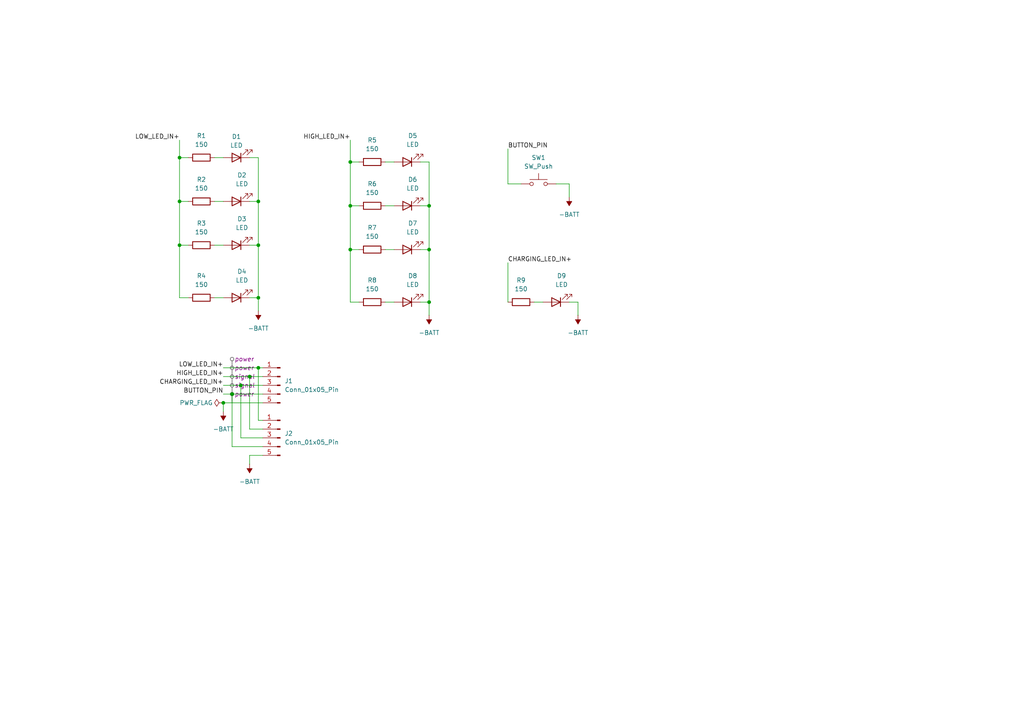
<source format=kicad_sch>
(kicad_sch
	(version 20231120)
	(generator "eeschema")
	(generator_version "8.0")
	(uuid "1e54665e-1401-4179-972c-985d3b0078aa")
	(paper "A4")
	(lib_symbols
		(symbol "Connector:Conn_01x05_Pin"
			(pin_names
				(offset 1.016) hide)
			(exclude_from_sim no)
			(in_bom yes)
			(on_board yes)
			(property "Reference" "J"
				(at 0 7.62 0)
				(effects
					(font
						(size 1.27 1.27)
					)
				)
			)
			(property "Value" "Conn_01x05_Pin"
				(at 0 -7.62 0)
				(effects
					(font
						(size 1.27 1.27)
					)
				)
			)
			(property "Footprint" ""
				(at 0 0 0)
				(effects
					(font
						(size 1.27 1.27)
					)
					(hide yes)
				)
			)
			(property "Datasheet" "~"
				(at 0 0 0)
				(effects
					(font
						(size 1.27 1.27)
					)
					(hide yes)
				)
			)
			(property "Description" "Generic connector, single row, 01x05, script generated"
				(at 0 0 0)
				(effects
					(font
						(size 1.27 1.27)
					)
					(hide yes)
				)
			)
			(property "ki_locked" ""
				(at 0 0 0)
				(effects
					(font
						(size 1.27 1.27)
					)
				)
			)
			(property "ki_keywords" "connector"
				(at 0 0 0)
				(effects
					(font
						(size 1.27 1.27)
					)
					(hide yes)
				)
			)
			(property "ki_fp_filters" "Connector*:*_1x??_*"
				(at 0 0 0)
				(effects
					(font
						(size 1.27 1.27)
					)
					(hide yes)
				)
			)
			(symbol "Conn_01x05_Pin_1_1"
				(polyline
					(pts
						(xy 1.27 -5.08) (xy 0.8636 -5.08)
					)
					(stroke
						(width 0.1524)
						(type default)
					)
					(fill
						(type none)
					)
				)
				(polyline
					(pts
						(xy 1.27 -2.54) (xy 0.8636 -2.54)
					)
					(stroke
						(width 0.1524)
						(type default)
					)
					(fill
						(type none)
					)
				)
				(polyline
					(pts
						(xy 1.27 0) (xy 0.8636 0)
					)
					(stroke
						(width 0.1524)
						(type default)
					)
					(fill
						(type none)
					)
				)
				(polyline
					(pts
						(xy 1.27 2.54) (xy 0.8636 2.54)
					)
					(stroke
						(width 0.1524)
						(type default)
					)
					(fill
						(type none)
					)
				)
				(polyline
					(pts
						(xy 1.27 5.08) (xy 0.8636 5.08)
					)
					(stroke
						(width 0.1524)
						(type default)
					)
					(fill
						(type none)
					)
				)
				(rectangle
					(start 0.8636 -4.953)
					(end 0 -5.207)
					(stroke
						(width 0.1524)
						(type default)
					)
					(fill
						(type outline)
					)
				)
				(rectangle
					(start 0.8636 -2.413)
					(end 0 -2.667)
					(stroke
						(width 0.1524)
						(type default)
					)
					(fill
						(type outline)
					)
				)
				(rectangle
					(start 0.8636 0.127)
					(end 0 -0.127)
					(stroke
						(width 0.1524)
						(type default)
					)
					(fill
						(type outline)
					)
				)
				(rectangle
					(start 0.8636 2.667)
					(end 0 2.413)
					(stroke
						(width 0.1524)
						(type default)
					)
					(fill
						(type outline)
					)
				)
				(rectangle
					(start 0.8636 5.207)
					(end 0 4.953)
					(stroke
						(width 0.1524)
						(type default)
					)
					(fill
						(type outline)
					)
				)
				(pin passive line
					(at 5.08 5.08 180)
					(length 3.81)
					(name "Pin_1"
						(effects
							(font
								(size 1.27 1.27)
							)
						)
					)
					(number "1"
						(effects
							(font
								(size 1.27 1.27)
							)
						)
					)
				)
				(pin passive line
					(at 5.08 2.54 180)
					(length 3.81)
					(name "Pin_2"
						(effects
							(font
								(size 1.27 1.27)
							)
						)
					)
					(number "2"
						(effects
							(font
								(size 1.27 1.27)
							)
						)
					)
				)
				(pin passive line
					(at 5.08 0 180)
					(length 3.81)
					(name "Pin_3"
						(effects
							(font
								(size 1.27 1.27)
							)
						)
					)
					(number "3"
						(effects
							(font
								(size 1.27 1.27)
							)
						)
					)
				)
				(pin passive line
					(at 5.08 -2.54 180)
					(length 3.81)
					(name "Pin_4"
						(effects
							(font
								(size 1.27 1.27)
							)
						)
					)
					(number "4"
						(effects
							(font
								(size 1.27 1.27)
							)
						)
					)
				)
				(pin passive line
					(at 5.08 -5.08 180)
					(length 3.81)
					(name "Pin_5"
						(effects
							(font
								(size 1.27 1.27)
							)
						)
					)
					(number "5"
						(effects
							(font
								(size 1.27 1.27)
							)
						)
					)
				)
			)
		)
		(symbol "Device:LED"
			(pin_numbers hide)
			(pin_names
				(offset 1.016) hide)
			(exclude_from_sim no)
			(in_bom yes)
			(on_board yes)
			(property "Reference" "D"
				(at 0 2.54 0)
				(effects
					(font
						(size 1.27 1.27)
					)
				)
			)
			(property "Value" "LED"
				(at 0 -2.54 0)
				(effects
					(font
						(size 1.27 1.27)
					)
				)
			)
			(property "Footprint" ""
				(at 0 0 0)
				(effects
					(font
						(size 1.27 1.27)
					)
					(hide yes)
				)
			)
			(property "Datasheet" "~"
				(at 0 0 0)
				(effects
					(font
						(size 1.27 1.27)
					)
					(hide yes)
				)
			)
			(property "Description" "Light emitting diode"
				(at 0 0 0)
				(effects
					(font
						(size 1.27 1.27)
					)
					(hide yes)
				)
			)
			(property "ki_keywords" "LED diode"
				(at 0 0 0)
				(effects
					(font
						(size 1.27 1.27)
					)
					(hide yes)
				)
			)
			(property "ki_fp_filters" "LED* LED_SMD:* LED_THT:*"
				(at 0 0 0)
				(effects
					(font
						(size 1.27 1.27)
					)
					(hide yes)
				)
			)
			(symbol "LED_0_1"
				(polyline
					(pts
						(xy -1.27 -1.27) (xy -1.27 1.27)
					)
					(stroke
						(width 0.254)
						(type default)
					)
					(fill
						(type none)
					)
				)
				(polyline
					(pts
						(xy -1.27 0) (xy 1.27 0)
					)
					(stroke
						(width 0)
						(type default)
					)
					(fill
						(type none)
					)
				)
				(polyline
					(pts
						(xy 1.27 -1.27) (xy 1.27 1.27) (xy -1.27 0) (xy 1.27 -1.27)
					)
					(stroke
						(width 0.254)
						(type default)
					)
					(fill
						(type none)
					)
				)
				(polyline
					(pts
						(xy -3.048 -0.762) (xy -4.572 -2.286) (xy -3.81 -2.286) (xy -4.572 -2.286) (xy -4.572 -1.524)
					)
					(stroke
						(width 0)
						(type default)
					)
					(fill
						(type none)
					)
				)
				(polyline
					(pts
						(xy -1.778 -0.762) (xy -3.302 -2.286) (xy -2.54 -2.286) (xy -3.302 -2.286) (xy -3.302 -1.524)
					)
					(stroke
						(width 0)
						(type default)
					)
					(fill
						(type none)
					)
				)
			)
			(symbol "LED_1_1"
				(pin passive line
					(at -3.81 0 0)
					(length 2.54)
					(name "K"
						(effects
							(font
								(size 1.27 1.27)
							)
						)
					)
					(number "1"
						(effects
							(font
								(size 1.27 1.27)
							)
						)
					)
				)
				(pin passive line
					(at 3.81 0 180)
					(length 2.54)
					(name "A"
						(effects
							(font
								(size 1.27 1.27)
							)
						)
					)
					(number "2"
						(effects
							(font
								(size 1.27 1.27)
							)
						)
					)
				)
			)
		)
		(symbol "Device:R"
			(pin_numbers hide)
			(pin_names
				(offset 0)
			)
			(exclude_from_sim no)
			(in_bom yes)
			(on_board yes)
			(property "Reference" "R"
				(at 2.032 0 90)
				(effects
					(font
						(size 1.27 1.27)
					)
				)
			)
			(property "Value" "R"
				(at 0 0 90)
				(effects
					(font
						(size 1.27 1.27)
					)
				)
			)
			(property "Footprint" ""
				(at -1.778 0 90)
				(effects
					(font
						(size 1.27 1.27)
					)
					(hide yes)
				)
			)
			(property "Datasheet" "~"
				(at 0 0 0)
				(effects
					(font
						(size 1.27 1.27)
					)
					(hide yes)
				)
			)
			(property "Description" "Resistor"
				(at 0 0 0)
				(effects
					(font
						(size 1.27 1.27)
					)
					(hide yes)
				)
			)
			(property "ki_keywords" "R res resistor"
				(at 0 0 0)
				(effects
					(font
						(size 1.27 1.27)
					)
					(hide yes)
				)
			)
			(property "ki_fp_filters" "R_*"
				(at 0 0 0)
				(effects
					(font
						(size 1.27 1.27)
					)
					(hide yes)
				)
			)
			(symbol "R_0_1"
				(rectangle
					(start -1.016 -2.54)
					(end 1.016 2.54)
					(stroke
						(width 0.254)
						(type default)
					)
					(fill
						(type none)
					)
				)
			)
			(symbol "R_1_1"
				(pin passive line
					(at 0 3.81 270)
					(length 1.27)
					(name "~"
						(effects
							(font
								(size 1.27 1.27)
							)
						)
					)
					(number "1"
						(effects
							(font
								(size 1.27 1.27)
							)
						)
					)
				)
				(pin passive line
					(at 0 -3.81 90)
					(length 1.27)
					(name "~"
						(effects
							(font
								(size 1.27 1.27)
							)
						)
					)
					(number "2"
						(effects
							(font
								(size 1.27 1.27)
							)
						)
					)
				)
			)
		)
		(symbol "Switch:SW_Push"
			(pin_numbers hide)
			(pin_names
				(offset 1.016) hide)
			(exclude_from_sim no)
			(in_bom yes)
			(on_board yes)
			(property "Reference" "SW"
				(at 1.27 2.54 0)
				(effects
					(font
						(size 1.27 1.27)
					)
					(justify left)
				)
			)
			(property "Value" "SW_Push"
				(at 0 -1.524 0)
				(effects
					(font
						(size 1.27 1.27)
					)
				)
			)
			(property "Footprint" ""
				(at 0 5.08 0)
				(effects
					(font
						(size 1.27 1.27)
					)
					(hide yes)
				)
			)
			(property "Datasheet" "~"
				(at 0 5.08 0)
				(effects
					(font
						(size 1.27 1.27)
					)
					(hide yes)
				)
			)
			(property "Description" "Push button switch, generic, two pins"
				(at 0 0 0)
				(effects
					(font
						(size 1.27 1.27)
					)
					(hide yes)
				)
			)
			(property "ki_keywords" "switch normally-open pushbutton push-button"
				(at 0 0 0)
				(effects
					(font
						(size 1.27 1.27)
					)
					(hide yes)
				)
			)
			(symbol "SW_Push_0_1"
				(circle
					(center -2.032 0)
					(radius 0.508)
					(stroke
						(width 0)
						(type default)
					)
					(fill
						(type none)
					)
				)
				(polyline
					(pts
						(xy 0 1.27) (xy 0 3.048)
					)
					(stroke
						(width 0)
						(type default)
					)
					(fill
						(type none)
					)
				)
				(polyline
					(pts
						(xy 2.54 1.27) (xy -2.54 1.27)
					)
					(stroke
						(width 0)
						(type default)
					)
					(fill
						(type none)
					)
				)
				(circle
					(center 2.032 0)
					(radius 0.508)
					(stroke
						(width 0)
						(type default)
					)
					(fill
						(type none)
					)
				)
				(pin passive line
					(at -5.08 0 0)
					(length 2.54)
					(name "1"
						(effects
							(font
								(size 1.27 1.27)
							)
						)
					)
					(number "1"
						(effects
							(font
								(size 1.27 1.27)
							)
						)
					)
				)
				(pin passive line
					(at 5.08 0 180)
					(length 2.54)
					(name "2"
						(effects
							(font
								(size 1.27 1.27)
							)
						)
					)
					(number "2"
						(effects
							(font
								(size 1.27 1.27)
							)
						)
					)
				)
			)
		)
		(symbol "power:-BATT"
			(power)
			(pin_numbers hide)
			(pin_names
				(offset 0) hide)
			(exclude_from_sim no)
			(in_bom yes)
			(on_board yes)
			(property "Reference" "#PWR"
				(at 0 -3.81 0)
				(effects
					(font
						(size 1.27 1.27)
					)
					(hide yes)
				)
			)
			(property "Value" "-BATT"
				(at 0 3.556 0)
				(effects
					(font
						(size 1.27 1.27)
					)
				)
			)
			(property "Footprint" ""
				(at 0 0 0)
				(effects
					(font
						(size 1.27 1.27)
					)
					(hide yes)
				)
			)
			(property "Datasheet" ""
				(at 0 0 0)
				(effects
					(font
						(size 1.27 1.27)
					)
					(hide yes)
				)
			)
			(property "Description" "Power symbol creates a global label with name \"-BATT\""
				(at 0 0 0)
				(effects
					(font
						(size 1.27 1.27)
					)
					(hide yes)
				)
			)
			(property "ki_keywords" "global power battery"
				(at 0 0 0)
				(effects
					(font
						(size 1.27 1.27)
					)
					(hide yes)
				)
			)
			(symbol "-BATT_0_1"
				(polyline
					(pts
						(xy 0 0) (xy 0 2.54)
					)
					(stroke
						(width 0)
						(type default)
					)
					(fill
						(type none)
					)
				)
				(polyline
					(pts
						(xy 0.762 1.27) (xy -0.762 1.27) (xy 0 2.54) (xy 0.762 1.27)
					)
					(stroke
						(width 0)
						(type default)
					)
					(fill
						(type outline)
					)
				)
			)
			(symbol "-BATT_1_1"
				(pin power_in line
					(at 0 0 90)
					(length 0)
					(name "~"
						(effects
							(font
								(size 1.27 1.27)
							)
						)
					)
					(number "1"
						(effects
							(font
								(size 1.27 1.27)
							)
						)
					)
				)
			)
		)
		(symbol "power:PWR_FLAG"
			(power)
			(pin_numbers hide)
			(pin_names
				(offset 0) hide)
			(exclude_from_sim no)
			(in_bom yes)
			(on_board yes)
			(property "Reference" "#FLG"
				(at 0 1.905 0)
				(effects
					(font
						(size 1.27 1.27)
					)
					(hide yes)
				)
			)
			(property "Value" "PWR_FLAG"
				(at 0 3.81 0)
				(effects
					(font
						(size 1.27 1.27)
					)
				)
			)
			(property "Footprint" ""
				(at 0 0 0)
				(effects
					(font
						(size 1.27 1.27)
					)
					(hide yes)
				)
			)
			(property "Datasheet" "~"
				(at 0 0 0)
				(effects
					(font
						(size 1.27 1.27)
					)
					(hide yes)
				)
			)
			(property "Description" "Special symbol for telling ERC where power comes from"
				(at 0 0 0)
				(effects
					(font
						(size 1.27 1.27)
					)
					(hide yes)
				)
			)
			(property "ki_keywords" "flag power"
				(at 0 0 0)
				(effects
					(font
						(size 1.27 1.27)
					)
					(hide yes)
				)
			)
			(symbol "PWR_FLAG_0_0"
				(pin power_out line
					(at 0 0 90)
					(length 0)
					(name "~"
						(effects
							(font
								(size 1.27 1.27)
							)
						)
					)
					(number "1"
						(effects
							(font
								(size 1.27 1.27)
							)
						)
					)
				)
			)
			(symbol "PWR_FLAG_0_1"
				(polyline
					(pts
						(xy 0 0) (xy 0 1.27) (xy -1.016 1.905) (xy 0 2.54) (xy 1.016 1.905) (xy 0 1.27)
					)
					(stroke
						(width 0)
						(type default)
					)
					(fill
						(type none)
					)
				)
			)
		)
	)
	(junction
		(at 74.93 71.12)
		(diameter 0)
		(color 0 0 0 0)
		(uuid "0a06a527-ec0d-496d-ac11-b543dab2b861")
	)
	(junction
		(at 124.46 87.63)
		(diameter 0)
		(color 0 0 0 0)
		(uuid "0ea0e47d-04c5-42cb-8382-874218cd1813")
	)
	(junction
		(at 67.31 114.3)
		(diameter 0)
		(color 0 0 0 0)
		(uuid "0ec6d5f2-95fd-4293-bd39-7a676d4a5620")
	)
	(junction
		(at 101.6 59.69)
		(diameter 0)
		(color 0 0 0 0)
		(uuid "19f5b10a-c146-418b-ba76-a5ba68a22702")
	)
	(junction
		(at 69.85 111.76)
		(diameter 0)
		(color 0 0 0 0)
		(uuid "2eed075e-9600-4b7b-a01e-c2e6ef2a25f6")
	)
	(junction
		(at 64.77 116.84)
		(diameter 0)
		(color 0 0 0 0)
		(uuid "50e2655e-612a-4ce5-82c9-3c61c4323ad1")
	)
	(junction
		(at 52.07 45.72)
		(diameter 0)
		(color 0 0 0 0)
		(uuid "66867db7-d83e-4db3-b506-4dc0ed30d638")
	)
	(junction
		(at 124.46 72.39)
		(diameter 0)
		(color 0 0 0 0)
		(uuid "670cf938-0bf7-400b-8873-7deb880824ee")
	)
	(junction
		(at 72.39 109.22)
		(diameter 0)
		(color 0 0 0 0)
		(uuid "7213b799-b8ff-4b12-bfdc-5237b8fe8e4b")
	)
	(junction
		(at 74.93 58.42)
		(diameter 0)
		(color 0 0 0 0)
		(uuid "7407a9b7-e7e0-4a3c-9203-f49c17749fa2")
	)
	(junction
		(at 124.46 59.69)
		(diameter 0)
		(color 0 0 0 0)
		(uuid "780d8cc3-43ed-47d7-be25-ee71df2ffa16")
	)
	(junction
		(at 52.07 58.42)
		(diameter 0)
		(color 0 0 0 0)
		(uuid "809b1a92-3c0f-42b9-815d-5d27c588f6a9")
	)
	(junction
		(at 74.93 106.68)
		(diameter 0)
		(color 0 0 0 0)
		(uuid "9595ef5a-9a2e-44e1-9e6b-9372cd2c64b0")
	)
	(junction
		(at 101.6 72.39)
		(diameter 0)
		(color 0 0 0 0)
		(uuid "af550cdb-b129-4128-966c-1ca0e8a28f84")
	)
	(junction
		(at 74.93 86.36)
		(diameter 0)
		(color 0 0 0 0)
		(uuid "af67051c-b446-463d-98f0-ebc504a78b31")
	)
	(junction
		(at 52.07 71.12)
		(diameter 0)
		(color 0 0 0 0)
		(uuid "b2b0950b-664d-4138-801e-85885891e4cd")
	)
	(junction
		(at 101.6 46.99)
		(diameter 0)
		(color 0 0 0 0)
		(uuid "e085416a-73d9-4937-885f-bdf8f3055bf6")
	)
	(wire
		(pts
			(xy 54.61 86.36) (xy 52.07 86.36)
		)
		(stroke
			(width 0)
			(type default)
		)
		(uuid "005100fe-7c61-4c7e-adc1-e3134fa91399")
	)
	(wire
		(pts
			(xy 64.77 116.84) (xy 76.2 116.84)
		)
		(stroke
			(width 0)
			(type default)
		)
		(uuid "012ec834-077c-47b0-82bf-8e3b1cdd6beb")
	)
	(wire
		(pts
			(xy 121.92 46.99) (xy 124.46 46.99)
		)
		(stroke
			(width 0)
			(type default)
		)
		(uuid "05ae161c-93a9-4b41-91be-7c8b685c16d7")
	)
	(wire
		(pts
			(xy 74.93 106.68) (xy 74.93 121.92)
		)
		(stroke
			(width 0)
			(type default)
		)
		(uuid "120eca59-4588-452f-abee-98feddff8fd9")
	)
	(wire
		(pts
			(xy 72.39 109.22) (xy 76.2 109.22)
		)
		(stroke
			(width 0)
			(type default)
		)
		(uuid "126f152b-06ca-4963-92a4-2ee4cf6c6295")
	)
	(wire
		(pts
			(xy 54.61 71.12) (xy 52.07 71.12)
		)
		(stroke
			(width 0)
			(type default)
		)
		(uuid "17703202-97cf-4680-b7b2-a8882055d148")
	)
	(wire
		(pts
			(xy 76.2 132.08) (xy 72.39 132.08)
		)
		(stroke
			(width 0)
			(type default)
		)
		(uuid "1ce712fc-53d4-4fc8-96db-4c53b3a0487b")
	)
	(wire
		(pts
			(xy 74.93 71.12) (xy 74.93 58.42)
		)
		(stroke
			(width 0)
			(type default)
		)
		(uuid "23e64049-e719-42f6-8112-25ee9904d5b1")
	)
	(wire
		(pts
			(xy 74.93 86.36) (xy 74.93 71.12)
		)
		(stroke
			(width 0)
			(type default)
		)
		(uuid "26bf9e1e-2ac9-4ecc-a2d6-0b5f8614df9e")
	)
	(wire
		(pts
			(xy 165.1 53.34) (xy 165.1 57.15)
		)
		(stroke
			(width 0)
			(type default)
		)
		(uuid "29cd6a3d-39c7-4f65-9ff9-d8ce93d4c9d9")
	)
	(wire
		(pts
			(xy 76.2 124.46) (xy 72.39 124.46)
		)
		(stroke
			(width 0)
			(type default)
		)
		(uuid "35eae5ff-7013-403a-ba5f-2c80aea7c3f6")
	)
	(wire
		(pts
			(xy 72.39 71.12) (xy 74.93 71.12)
		)
		(stroke
			(width 0)
			(type default)
		)
		(uuid "3618d036-1fef-43f5-8446-cd71533d959e")
	)
	(wire
		(pts
			(xy 64.77 111.76) (xy 69.85 111.76)
		)
		(stroke
			(width 0)
			(type default)
		)
		(uuid "365f6ea0-8049-4c67-8dba-a0c4bedf9170")
	)
	(wire
		(pts
			(xy 52.07 58.42) (xy 52.07 71.12)
		)
		(stroke
			(width 0)
			(type default)
		)
		(uuid "377b39c1-fd5a-4519-a0c2-c1e47149f296")
	)
	(wire
		(pts
			(xy 101.6 40.64) (xy 101.6 46.99)
		)
		(stroke
			(width 0)
			(type default)
		)
		(uuid "3dee3604-12c4-4c1a-8043-c3bcf7801784")
	)
	(wire
		(pts
			(xy 52.07 45.72) (xy 54.61 45.72)
		)
		(stroke
			(width 0)
			(type default)
		)
		(uuid "415ed3e7-7f11-4eb7-ae7c-eb0b34fd5d54")
	)
	(wire
		(pts
			(xy 72.39 86.36) (xy 74.93 86.36)
		)
		(stroke
			(width 0)
			(type default)
		)
		(uuid "44f68726-779c-418d-a593-6796b63ecf5c")
	)
	(wire
		(pts
			(xy 121.92 87.63) (xy 124.46 87.63)
		)
		(stroke
			(width 0)
			(type default)
		)
		(uuid "45c7abec-d0ff-4825-a1a2-9af465f53f4c")
	)
	(wire
		(pts
			(xy 52.07 40.64) (xy 52.07 45.72)
		)
		(stroke
			(width 0)
			(type default)
		)
		(uuid "484e5d49-cadb-4231-8da5-03a528f3553b")
	)
	(wire
		(pts
			(xy 124.46 46.99) (xy 124.46 59.69)
		)
		(stroke
			(width 0)
			(type default)
		)
		(uuid "49eb1eed-e700-488e-8086-cd1fce8ff1bc")
	)
	(wire
		(pts
			(xy 101.6 72.39) (xy 101.6 59.69)
		)
		(stroke
			(width 0)
			(type default)
		)
		(uuid "4c3bde59-4f20-484e-b4b8-69832f09285e")
	)
	(wire
		(pts
			(xy 64.77 116.84) (xy 64.77 119.38)
		)
		(stroke
			(width 0)
			(type default)
		)
		(uuid "53d208b1-cf9d-4b4f-882b-985fceebbd93")
	)
	(wire
		(pts
			(xy 64.77 106.68) (xy 74.93 106.68)
		)
		(stroke
			(width 0)
			(type default)
		)
		(uuid "54e093bc-aa01-4381-bf76-306a2ee0f1e6")
	)
	(wire
		(pts
			(xy 76.2 127) (xy 69.85 127)
		)
		(stroke
			(width 0)
			(type default)
		)
		(uuid "56c3f507-612c-4192-9419-99e992bb3234")
	)
	(wire
		(pts
			(xy 124.46 91.44) (xy 124.46 87.63)
		)
		(stroke
			(width 0)
			(type default)
		)
		(uuid "570028ad-fa46-4326-b944-860f2a5b6194")
	)
	(wire
		(pts
			(xy 64.77 109.22) (xy 72.39 109.22)
		)
		(stroke
			(width 0)
			(type default)
		)
		(uuid "62c3bbad-6cbe-4586-a880-2b70011f1509")
	)
	(wire
		(pts
			(xy 124.46 72.39) (xy 124.46 59.69)
		)
		(stroke
			(width 0)
			(type default)
		)
		(uuid "6378b8f6-581f-4552-9803-c6d8856fcdec")
	)
	(wire
		(pts
			(xy 67.31 114.3) (xy 67.31 129.54)
		)
		(stroke
			(width 0)
			(type default)
		)
		(uuid "68ab3f84-f648-4988-b205-b1c894332dbe")
	)
	(wire
		(pts
			(xy 154.94 87.63) (xy 157.48 87.63)
		)
		(stroke
			(width 0)
			(type default)
		)
		(uuid "6934a9a6-e926-4f76-82f5-f80f0bef44e4")
	)
	(wire
		(pts
			(xy 111.76 46.99) (xy 114.3 46.99)
		)
		(stroke
			(width 0)
			(type default)
		)
		(uuid "6abb2b93-e1df-4f9e-8073-0e243890e714")
	)
	(wire
		(pts
			(xy 69.85 111.76) (xy 69.85 127)
		)
		(stroke
			(width 0)
			(type default)
		)
		(uuid "777897b5-b3c9-4503-8a41-3a57c3f0e228")
	)
	(wire
		(pts
			(xy 104.14 72.39) (xy 101.6 72.39)
		)
		(stroke
			(width 0)
			(type default)
		)
		(uuid "79b217b2-8a91-48b4-b1e3-04d4e506b180")
	)
	(wire
		(pts
			(xy 111.76 59.69) (xy 114.3 59.69)
		)
		(stroke
			(width 0)
			(type default)
		)
		(uuid "7a05c762-63c4-40bb-ae85-c74ef957433a")
	)
	(wire
		(pts
			(xy 147.32 43.18) (xy 147.32 53.34)
		)
		(stroke
			(width 0)
			(type default)
		)
		(uuid "7ed1c5a2-c060-458d-ac5a-a27946118993")
	)
	(wire
		(pts
			(xy 67.31 114.3) (xy 76.2 114.3)
		)
		(stroke
			(width 0)
			(type default)
		)
		(uuid "8283e763-07ac-4148-9e3d-3b259f8a7eff")
	)
	(wire
		(pts
			(xy 72.39 109.22) (xy 72.39 124.46)
		)
		(stroke
			(width 0)
			(type default)
		)
		(uuid "8d198a3c-aa8e-4f01-a8b7-77858549fc2a")
	)
	(wire
		(pts
			(xy 52.07 45.72) (xy 52.07 58.42)
		)
		(stroke
			(width 0)
			(type default)
		)
		(uuid "9515accf-e168-4b7e-8b2d-acc9c94c253a")
	)
	(wire
		(pts
			(xy 62.23 45.72) (xy 64.77 45.72)
		)
		(stroke
			(width 0)
			(type default)
		)
		(uuid "9c173e95-e6a4-450a-8513-388670325bb7")
	)
	(wire
		(pts
			(xy 76.2 129.54) (xy 67.31 129.54)
		)
		(stroke
			(width 0)
			(type default)
		)
		(uuid "9cbbc339-7f91-4ce3-9ff4-3367ce797a2b")
	)
	(wire
		(pts
			(xy 72.39 45.72) (xy 74.93 45.72)
		)
		(stroke
			(width 0)
			(type default)
		)
		(uuid "a9128adc-c6cb-427a-b141-3d166c9d08a6")
	)
	(wire
		(pts
			(xy 147.32 76.2) (xy 147.32 87.63)
		)
		(stroke
			(width 0)
			(type default)
		)
		(uuid "aa19071d-0a53-47e9-a34e-e14a6d131120")
	)
	(wire
		(pts
			(xy 52.07 71.12) (xy 52.07 86.36)
		)
		(stroke
			(width 0)
			(type default)
		)
		(uuid "ad015b19-c2ab-434f-b52e-211c96c8da10")
	)
	(wire
		(pts
			(xy 147.32 53.34) (xy 151.13 53.34)
		)
		(stroke
			(width 0)
			(type default)
		)
		(uuid "afc022d6-c830-4134-b664-2c0945e2eef9")
	)
	(wire
		(pts
			(xy 101.6 46.99) (xy 101.6 59.69)
		)
		(stroke
			(width 0)
			(type default)
		)
		(uuid "b18a906a-a647-40c4-8696-66984b2c1191")
	)
	(wire
		(pts
			(xy 101.6 87.63) (xy 101.6 72.39)
		)
		(stroke
			(width 0)
			(type default)
		)
		(uuid "b2fcdd57-d187-4f7f-817a-e8b1c4041d36")
	)
	(wire
		(pts
			(xy 62.23 86.36) (xy 64.77 86.36)
		)
		(stroke
			(width 0)
			(type default)
		)
		(uuid "b83feadc-83ab-4198-a87f-067cf2e2a781")
	)
	(wire
		(pts
			(xy 62.23 58.42) (xy 64.77 58.42)
		)
		(stroke
			(width 0)
			(type default)
		)
		(uuid "b88bb41e-cab9-4ca2-99b1-35c714cd4d37")
	)
	(wire
		(pts
			(xy 121.92 72.39) (xy 124.46 72.39)
		)
		(stroke
			(width 0)
			(type default)
		)
		(uuid "b8e78d2c-a7c7-4b6b-8672-5c2c11da9f23")
	)
	(wire
		(pts
			(xy 101.6 59.69) (xy 104.14 59.69)
		)
		(stroke
			(width 0)
			(type default)
		)
		(uuid "be93f560-c535-412b-873e-ab832ef91f94")
	)
	(wire
		(pts
			(xy 167.64 87.63) (xy 165.1 87.63)
		)
		(stroke
			(width 0)
			(type default)
		)
		(uuid "c439fee7-50fc-41f4-baf0-c457f812224f")
	)
	(wire
		(pts
			(xy 74.93 45.72) (xy 74.93 58.42)
		)
		(stroke
			(width 0)
			(type default)
		)
		(uuid "c5d538c6-770b-44d8-a2c8-2ba7a9b1b9cc")
	)
	(wire
		(pts
			(xy 104.14 46.99) (xy 101.6 46.99)
		)
		(stroke
			(width 0)
			(type default)
		)
		(uuid "c6e6b451-2e5e-4ead-9159-14b03a30d575")
	)
	(wire
		(pts
			(xy 124.46 87.63) (xy 124.46 72.39)
		)
		(stroke
			(width 0)
			(type default)
		)
		(uuid "ca43e98f-95c3-4007-b442-20fc4aaef4cb")
	)
	(wire
		(pts
			(xy 69.85 111.76) (xy 76.2 111.76)
		)
		(stroke
			(width 0)
			(type default)
		)
		(uuid "ccc8185f-6a4e-4abf-b4ea-3c326ffd02e7")
	)
	(wire
		(pts
			(xy 52.07 58.42) (xy 54.61 58.42)
		)
		(stroke
			(width 0)
			(type default)
		)
		(uuid "cf008043-50c8-4b9c-806c-b822b3dd8392")
	)
	(wire
		(pts
			(xy 74.93 106.68) (xy 76.2 106.68)
		)
		(stroke
			(width 0)
			(type default)
		)
		(uuid "d35af13f-697f-4643-800e-fcdd4e28313f")
	)
	(wire
		(pts
			(xy 74.93 90.17) (xy 74.93 86.36)
		)
		(stroke
			(width 0)
			(type default)
		)
		(uuid "d38ae850-b80d-4234-8cc7-b44e74510102")
	)
	(wire
		(pts
			(xy 167.64 91.44) (xy 167.64 87.63)
		)
		(stroke
			(width 0)
			(type default)
		)
		(uuid "d4c7529c-967f-4fe0-a303-1f2e95d3e4b7")
	)
	(wire
		(pts
			(xy 121.92 59.69) (xy 124.46 59.69)
		)
		(stroke
			(width 0)
			(type default)
		)
		(uuid "eacd7421-c19a-4ce6-b147-672b342a8f84")
	)
	(wire
		(pts
			(xy 111.76 87.63) (xy 114.3 87.63)
		)
		(stroke
			(width 0)
			(type default)
		)
		(uuid "eb2a6139-ed70-4d37-8004-0e2f4d966f79")
	)
	(wire
		(pts
			(xy 62.23 71.12) (xy 64.77 71.12)
		)
		(stroke
			(width 0)
			(type default)
		)
		(uuid "eb35f37e-4017-402e-8dda-d628e9672967")
	)
	(wire
		(pts
			(xy 72.39 132.08) (xy 72.39 134.62)
		)
		(stroke
			(width 0)
			(type default)
		)
		(uuid "eb5c6954-559a-458e-a130-7cd4acb103eb")
	)
	(wire
		(pts
			(xy 74.93 58.42) (xy 72.39 58.42)
		)
		(stroke
			(width 0)
			(type default)
		)
		(uuid "eca7c0a2-7cc1-401b-afc1-eab7e57ef181")
	)
	(wire
		(pts
			(xy 161.29 53.34) (xy 165.1 53.34)
		)
		(stroke
			(width 0)
			(type default)
		)
		(uuid "ed0a69f4-ac77-40d3-83b3-c733fd32bb67")
	)
	(wire
		(pts
			(xy 104.14 87.63) (xy 101.6 87.63)
		)
		(stroke
			(width 0)
			(type default)
		)
		(uuid "ed1e4087-3233-4ca1-ba2a-649066c0a0c5")
	)
	(wire
		(pts
			(xy 64.77 114.3) (xy 67.31 114.3)
		)
		(stroke
			(width 0)
			(type default)
		)
		(uuid "f7aa60a1-3f4f-4de5-becd-871f05d074be")
	)
	(wire
		(pts
			(xy 111.76 72.39) (xy 114.3 72.39)
		)
		(stroke
			(width 0)
			(type default)
		)
		(uuid "fa9beb77-b988-478e-a575-d5d9c4e7d44d")
	)
	(wire
		(pts
			(xy 76.2 121.92) (xy 74.93 121.92)
		)
		(stroke
			(width 0)
			(type default)
		)
		(uuid "fccd1022-4fcb-4175-8fe8-1208b51c306e")
	)
	(label "HIGH_LED_IN+"
		(at 64.77 109.22 180)
		(fields_autoplaced yes)
		(effects
			(font
				(size 1.27 1.27)
			)
			(justify right bottom)
		)
		(uuid "2a6f1b6d-e7d5-4c43-94d7-6e2c812bcd07")
	)
	(label "CHARGING_LED_IN+"
		(at 147.32 76.2 0)
		(fields_autoplaced yes)
		(effects
			(font
				(size 1.27 1.27)
			)
			(justify left bottom)
		)
		(uuid "3a61bc30-2763-4b73-a08e-568f468d6ed0")
	)
	(label "HIGH_LED_IN+"
		(at 101.6 40.64 180)
		(fields_autoplaced yes)
		(effects
			(font
				(size 1.27 1.27)
			)
			(justify right bottom)
		)
		(uuid "5c5b053f-44f2-4e48-9007-348aac1639e9")
	)
	(label "LOW_LED_IN+"
		(at 64.77 106.68 180)
		(fields_autoplaced yes)
		(effects
			(font
				(size 1.27 1.27)
			)
			(justify right bottom)
		)
		(uuid "6eda2be2-e971-4e45-a464-902b284661ed")
	)
	(label "CHARGING_LED_IN+"
		(at 64.77 111.76 180)
		(fields_autoplaced yes)
		(effects
			(font
				(size 1.27 1.27)
			)
			(justify right bottom)
		)
		(uuid "8205baca-3f33-4883-9fa6-bf229d16e23c")
	)
	(label "BUTTON_PIN"
		(at 147.32 43.18 0)
		(fields_autoplaced yes)
		(effects
			(font
				(size 1.27 1.27)
			)
			(justify left bottom)
		)
		(uuid "ed07905e-811b-4ea4-8030-95b2293de759")
	)
	(label "LOW_LED_IN+"
		(at 52.07 40.64 180)
		(fields_autoplaced yes)
		(effects
			(font
				(size 1.27 1.27)
			)
			(justify right bottom)
		)
		(uuid "eee83313-cb32-4b37-8f4f-d62bfaaf581a")
	)
	(label "BUTTON_PIN"
		(at 64.77 114.3 180)
		(fields_autoplaced yes)
		(effects
			(font
				(size 1.27 1.27)
			)
			(justify right bottom)
		)
		(uuid "f92a27c1-6833-4cb4-b86a-a8d38f1d1968")
	)
	(netclass_flag ""
		(length 2.54)
		(shape round)
		(at 67.31 114.3 0)
		(fields_autoplaced yes)
		(effects
			(font
				(size 1.27 1.27)
			)
			(justify left bottom)
		)
		(uuid "0fe5ef36-8186-4c3a-a8fa-6a358a87da1b")
		(property "Netclass" "signal"
			(at 68.0085 111.76 0)
			(effects
				(font
					(size 1.27 1.27)
					(italic yes)
				)
				(justify left)
			)
		)
	)
	(netclass_flag ""
		(length 2.54)
		(shape round)
		(at 67.31 111.76 0)
		(fields_autoplaced yes)
		(effects
			(font
				(size 1.27 1.27)
			)
			(justify left bottom)
		)
		(uuid "1a3e58bf-210a-4de5-808d-70bfb01becb9")
		(property "Netclass" "signal"
			(at 68.0085 109.22 0)
			(effects
				(font
					(size 1.27 1.27)
					(italic yes)
				)
				(justify left)
			)
		)
	)
	(netclass_flag ""
		(length 2.54)
		(shape round)
		(at 67.31 106.68 0)
		(fields_autoplaced yes)
		(effects
			(font
				(size 1.27 1.27)
			)
			(justify left bottom)
		)
		(uuid "667fc42e-5eac-4758-bb75-7a21ebf56518")
		(property "Netclass" "power"
			(at 68.0085 104.14 0)
			(effects
				(font
					(size 1.27 1.27)
					(italic yes)
				)
				(justify left)
			)
		)
	)
	(netclass_flag ""
		(length 2.54)
		(shape round)
		(at 67.31 109.22 0)
		(fields_autoplaced yes)
		(effects
			(font
				(size 1.27 1.27)
			)
			(justify left bottom)
		)
		(uuid "bf4352c5-c3da-4b33-86ca-01f1464591e5")
		(property "Netclass" "power"
			(at 68.0085 106.68 0)
			(effects
				(font
					(size 1.27 1.27)
					(italic yes)
				)
				(justify left)
			)
		)
	)
	(netclass_flag ""
		(length 2.54)
		(shape round)
		(at 67.31 116.84 0)
		(fields_autoplaced yes)
		(effects
			(font
				(size 1.27 1.27)
			)
			(justify left bottom)
		)
		(uuid "ecc96fbd-e7cc-40ef-916a-087ffe2fa3a4")
		(property "Netclass" "power"
			(at 68.0085 114.3 0)
			(effects
				(font
					(size 1.27 1.27)
					(italic yes)
				)
				(justify left)
			)
		)
	)
	(symbol
		(lib_id "power:-BATT")
		(at 124.46 91.44 180)
		(unit 1)
		(exclude_from_sim no)
		(in_bom yes)
		(on_board yes)
		(dnp no)
		(fields_autoplaced yes)
		(uuid "001095f2-bfaa-4c18-ba4c-4f22a0f26087")
		(property "Reference" "#PWR05"
			(at 124.46 87.63 0)
			(effects
				(font
					(size 1.27 1.27)
				)
				(hide yes)
			)
		)
		(property "Value" "-BATT"
			(at 124.46 96.52 0)
			(effects
				(font
					(size 1.27 1.27)
				)
			)
		)
		(property "Footprint" ""
			(at 124.46 91.44 0)
			(effects
				(font
					(size 1.27 1.27)
				)
				(hide yes)
			)
		)
		(property "Datasheet" ""
			(at 124.46 91.44 0)
			(effects
				(font
					(size 1.27 1.27)
				)
				(hide yes)
			)
		)
		(property "Description" "Power symbol creates a global label with name \"-BATT\""
			(at 124.46 91.44 0)
			(effects
				(font
					(size 1.27 1.27)
				)
				(hide yes)
			)
		)
		(pin "1"
			(uuid "06e7250b-d4b8-4375-bee8-70b46a150677")
		)
		(instances
			(project "arduino_solar_bikelight_2"
				(path "/1e54665e-1401-4179-972c-985d3b0078aa"
					(reference "#PWR05")
					(unit 1)
				)
			)
		)
	)
	(symbol
		(lib_id "Device:LED")
		(at 68.58 71.12 180)
		(unit 1)
		(exclude_from_sim no)
		(in_bom yes)
		(on_board yes)
		(dnp no)
		(fields_autoplaced yes)
		(uuid "07e39c8d-94d2-4475-a752-c09d87252f72")
		(property "Reference" "D3"
			(at 70.1675 63.5 0)
			(effects
				(font
					(size 1.27 1.27)
				)
			)
		)
		(property "Value" "LED"
			(at 70.1675 66.04 0)
			(effects
				(font
					(size 1.27 1.27)
				)
			)
		)
		(property "Footprint" "LED_THT:LED_D5.0mm"
			(at 68.58 71.12 0)
			(effects
				(font
					(size 1.27 1.27)
				)
				(hide yes)
			)
		)
		(property "Datasheet" "~"
			(at 68.58 71.12 0)
			(effects
				(font
					(size 1.27 1.27)
				)
				(hide yes)
			)
		)
		(property "Description" "Light emitting diode"
			(at 68.58 71.12 0)
			(effects
				(font
					(size 1.27 1.27)
				)
				(hide yes)
			)
		)
		(pin "1"
			(uuid "cc2bfa9c-e208-4d01-9c28-9deaf2d72dd8")
		)
		(pin "2"
			(uuid "438a8234-6bb0-404f-baa9-d45413d3e3bd")
		)
		(instances
			(project "arduino_solar_bikelight_2"
				(path "/1e54665e-1401-4179-972c-985d3b0078aa"
					(reference "D3")
					(unit 1)
				)
			)
		)
	)
	(symbol
		(lib_id "Device:R")
		(at 151.13 87.63 90)
		(unit 1)
		(exclude_from_sim no)
		(in_bom yes)
		(on_board yes)
		(dnp no)
		(fields_autoplaced yes)
		(uuid "33c2db15-a66b-45c8-9fa3-0d41a98aa090")
		(property "Reference" "R9"
			(at 151.13 81.28 90)
			(effects
				(font
					(size 1.27 1.27)
				)
			)
		)
		(property "Value" "150"
			(at 151.13 83.82 90)
			(effects
				(font
					(size 1.27 1.27)
				)
			)
		)
		(property "Footprint" "Resistor_THT:R_Axial_DIN0207_L6.3mm_D2.5mm_P10.16mm_Horizontal"
			(at 151.13 89.408 90)
			(effects
				(font
					(size 1.27 1.27)
				)
				(hide yes)
			)
		)
		(property "Datasheet" "~"
			(at 151.13 87.63 0)
			(effects
				(font
					(size 1.27 1.27)
				)
				(hide yes)
			)
		)
		(property "Description" "Resistor"
			(at 151.13 87.63 0)
			(effects
				(font
					(size 1.27 1.27)
				)
				(hide yes)
			)
		)
		(pin "2"
			(uuid "dbeb0de5-5cf8-4050-b963-fd33e07fe1e3")
		)
		(pin "1"
			(uuid "d02cb101-87f7-4455-91e9-1c6be2d19dd1")
		)
		(instances
			(project "arduino_solar_bikelight_2"
				(path "/1e54665e-1401-4179-972c-985d3b0078aa"
					(reference "R9")
					(unit 1)
				)
			)
		)
	)
	(symbol
		(lib_id "power:-BATT")
		(at 165.1 57.15 180)
		(unit 1)
		(exclude_from_sim no)
		(in_bom yes)
		(on_board yes)
		(dnp no)
		(fields_autoplaced yes)
		(uuid "377e6343-8ed3-4bab-a554-1590b8a550f0")
		(property "Reference" "#PWR01"
			(at 165.1 53.34 0)
			(effects
				(font
					(size 1.27 1.27)
				)
				(hide yes)
			)
		)
		(property "Value" "-BATT"
			(at 165.1 62.23 0)
			(effects
				(font
					(size 1.27 1.27)
				)
			)
		)
		(property "Footprint" ""
			(at 165.1 57.15 0)
			(effects
				(font
					(size 1.27 1.27)
				)
				(hide yes)
			)
		)
		(property "Datasheet" ""
			(at 165.1 57.15 0)
			(effects
				(font
					(size 1.27 1.27)
				)
				(hide yes)
			)
		)
		(property "Description" "Power symbol creates a global label with name \"-BATT\""
			(at 165.1 57.15 0)
			(effects
				(font
					(size 1.27 1.27)
				)
				(hide yes)
			)
		)
		(pin "1"
			(uuid "989d5f40-e187-45fc-8bc1-f7115c05bd03")
		)
		(instances
			(project "arduino_solar_bikelight_2"
				(path "/1e54665e-1401-4179-972c-985d3b0078aa"
					(reference "#PWR01")
					(unit 1)
				)
			)
		)
	)
	(symbol
		(lib_id "Switch:SW_Push")
		(at 156.21 53.34 0)
		(unit 1)
		(exclude_from_sim no)
		(in_bom yes)
		(on_board yes)
		(dnp no)
		(fields_autoplaced yes)
		(uuid "3e384a9c-a6f7-487c-a9d2-41b482250401")
		(property "Reference" "SW1"
			(at 156.21 45.72 0)
			(effects
				(font
					(size 1.27 1.27)
				)
			)
		)
		(property "Value" "SW_Push"
			(at 156.21 48.26 0)
			(effects
				(font
					(size 1.27 1.27)
				)
			)
		)
		(property "Footprint" "Button_Switch_THT:SW_SPST_Omron_B3F-40xx"
			(at 156.21 48.26 0)
			(effects
				(font
					(size 1.27 1.27)
				)
				(hide yes)
			)
		)
		(property "Datasheet" "~"
			(at 156.21 48.26 0)
			(effects
				(font
					(size 1.27 1.27)
				)
				(hide yes)
			)
		)
		(property "Description" "Push button switch, generic, two pins"
			(at 156.21 53.34 0)
			(effects
				(font
					(size 1.27 1.27)
				)
				(hide yes)
			)
		)
		(pin "2"
			(uuid "1c9d1b03-e8dd-413c-8cef-2a7da6bae974")
		)
		(pin "1"
			(uuid "d9b3f426-b0a5-465a-aeb6-efd6eff73601")
		)
		(instances
			(project "arduino_solar_bikelight_2"
				(path "/1e54665e-1401-4179-972c-985d3b0078aa"
					(reference "SW1")
					(unit 1)
				)
			)
		)
	)
	(symbol
		(lib_id "power:-BATT")
		(at 167.64 91.44 180)
		(unit 1)
		(exclude_from_sim no)
		(in_bom yes)
		(on_board yes)
		(dnp no)
		(fields_autoplaced yes)
		(uuid "4b2a489d-2082-409d-a26b-0e01f6d1cacb")
		(property "Reference" "#PWR02"
			(at 167.64 87.63 0)
			(effects
				(font
					(size 1.27 1.27)
				)
				(hide yes)
			)
		)
		(property "Value" "-BATT"
			(at 167.64 96.52 0)
			(effects
				(font
					(size 1.27 1.27)
				)
			)
		)
		(property "Footprint" ""
			(at 167.64 91.44 0)
			(effects
				(font
					(size 1.27 1.27)
				)
				(hide yes)
			)
		)
		(property "Datasheet" ""
			(at 167.64 91.44 0)
			(effects
				(font
					(size 1.27 1.27)
				)
				(hide yes)
			)
		)
		(property "Description" "Power symbol creates a global label with name \"-BATT\""
			(at 167.64 91.44 0)
			(effects
				(font
					(size 1.27 1.27)
				)
				(hide yes)
			)
		)
		(pin "1"
			(uuid "04b1899a-3ce3-46e7-91be-df80e0f6152f")
		)
		(instances
			(project "arduino_solar_bikelight_2"
				(path "/1e54665e-1401-4179-972c-985d3b0078aa"
					(reference "#PWR02")
					(unit 1)
				)
			)
		)
	)
	(symbol
		(lib_id "power:-BATT")
		(at 74.93 90.17 180)
		(unit 1)
		(exclude_from_sim no)
		(in_bom yes)
		(on_board yes)
		(dnp no)
		(fields_autoplaced yes)
		(uuid "504406bf-68f0-46e2-9d41-a054ca995148")
		(property "Reference" "#PWR06"
			(at 74.93 86.36 0)
			(effects
				(font
					(size 1.27 1.27)
				)
				(hide yes)
			)
		)
		(property "Value" "-BATT"
			(at 74.93 95.25 0)
			(effects
				(font
					(size 1.27 1.27)
				)
			)
		)
		(property "Footprint" ""
			(at 74.93 90.17 0)
			(effects
				(font
					(size 1.27 1.27)
				)
				(hide yes)
			)
		)
		(property "Datasheet" ""
			(at 74.93 90.17 0)
			(effects
				(font
					(size 1.27 1.27)
				)
				(hide yes)
			)
		)
		(property "Description" "Power symbol creates a global label with name \"-BATT\""
			(at 74.93 90.17 0)
			(effects
				(font
					(size 1.27 1.27)
				)
				(hide yes)
			)
		)
		(pin "1"
			(uuid "cb7cf9cc-0718-4a2b-aeb9-6705fecf341d")
		)
		(instances
			(project "arduino_solar_bikelight_2"
				(path "/1e54665e-1401-4179-972c-985d3b0078aa"
					(reference "#PWR06")
					(unit 1)
				)
			)
		)
	)
	(symbol
		(lib_id "Connector:Conn_01x05_Pin")
		(at 81.28 127 0)
		(mirror y)
		(unit 1)
		(exclude_from_sim no)
		(in_bom yes)
		(on_board yes)
		(dnp no)
		(fields_autoplaced yes)
		(uuid "5e5a3ebe-e206-4953-9f90-c5ea5d02d311")
		(property "Reference" "J2"
			(at 82.55 125.7299 0)
			(effects
				(font
					(size 1.27 1.27)
				)
				(justify right)
			)
		)
		(property "Value" "Conn_01x05_Pin"
			(at 82.55 128.2699 0)
			(effects
				(font
					(size 1.27 1.27)
				)
				(justify right)
			)
		)
		(property "Footprint" "Connector_PinSocket_2.54mm:PinSocket_1x05_P2.54mm_Vertical"
			(at 81.28 127 0)
			(effects
				(font
					(size 1.27 1.27)
				)
				(hide yes)
			)
		)
		(property "Datasheet" "~"
			(at 81.28 127 0)
			(effects
				(font
					(size 1.27 1.27)
				)
				(hide yes)
			)
		)
		(property "Description" "Generic connector, single row, 01x05, script generated"
			(at 81.28 127 0)
			(effects
				(font
					(size 1.27 1.27)
				)
				(hide yes)
			)
		)
		(pin "4"
			(uuid "e9dd4145-9540-471b-99d4-798a2f802fa6")
		)
		(pin "1"
			(uuid "90a38286-8bed-4206-a362-eabbc00bbd7c")
		)
		(pin "3"
			(uuid "09781765-a126-464e-8d85-2db4ff1b9dbd")
		)
		(pin "2"
			(uuid "587fea2a-3c33-43d4-ad37-1781c8596f02")
		)
		(pin "5"
			(uuid "34709a60-f49b-4210-9a02-b541c8d2fe08")
		)
		(instances
			(project "arduino_solar_bikelight_2"
				(path "/1e54665e-1401-4179-972c-985d3b0078aa"
					(reference "J2")
					(unit 1)
				)
			)
		)
	)
	(symbol
		(lib_id "Device:R")
		(at 107.95 87.63 90)
		(unit 1)
		(exclude_from_sim no)
		(in_bom yes)
		(on_board yes)
		(dnp no)
		(fields_autoplaced yes)
		(uuid "624cb127-7cfa-409b-ad8c-a331e530ff87")
		(property "Reference" "R8"
			(at 107.95 81.28 90)
			(effects
				(font
					(size 1.27 1.27)
				)
			)
		)
		(property "Value" "150"
			(at 107.95 83.82 90)
			(effects
				(font
					(size 1.27 1.27)
				)
			)
		)
		(property "Footprint" "Resistor_THT:R_Axial_DIN0207_L6.3mm_D2.5mm_P10.16mm_Horizontal"
			(at 107.95 89.408 90)
			(effects
				(font
					(size 1.27 1.27)
				)
				(hide yes)
			)
		)
		(property "Datasheet" "~"
			(at 107.95 87.63 0)
			(effects
				(font
					(size 1.27 1.27)
				)
				(hide yes)
			)
		)
		(property "Description" "Resistor"
			(at 107.95 87.63 0)
			(effects
				(font
					(size 1.27 1.27)
				)
				(hide yes)
			)
		)
		(pin "2"
			(uuid "8d3e590f-e17f-4372-81a7-2916abde7515")
		)
		(pin "1"
			(uuid "ede05ae8-a021-4522-8f90-ab63a43ad148")
		)
		(instances
			(project "arduino_solar_bikelight_2"
				(path "/1e54665e-1401-4179-972c-985d3b0078aa"
					(reference "R8")
					(unit 1)
				)
			)
		)
	)
	(symbol
		(lib_id "Device:LED")
		(at 68.58 58.42 180)
		(unit 1)
		(exclude_from_sim no)
		(in_bom yes)
		(on_board yes)
		(dnp no)
		(fields_autoplaced yes)
		(uuid "6d3dff70-f413-413b-8ccd-af1b7466c059")
		(property "Reference" "D2"
			(at 70.1675 50.8 0)
			(effects
				(font
					(size 1.27 1.27)
				)
			)
		)
		(property "Value" "LED"
			(at 70.1675 53.34 0)
			(effects
				(font
					(size 1.27 1.27)
				)
			)
		)
		(property "Footprint" "LED_THT:LED_D5.0mm"
			(at 68.58 58.42 0)
			(effects
				(font
					(size 1.27 1.27)
				)
				(hide yes)
			)
		)
		(property "Datasheet" "~"
			(at 68.58 58.42 0)
			(effects
				(font
					(size 1.27 1.27)
				)
				(hide yes)
			)
		)
		(property "Description" "Light emitting diode"
			(at 68.58 58.42 0)
			(effects
				(font
					(size 1.27 1.27)
				)
				(hide yes)
			)
		)
		(pin "1"
			(uuid "9c8fbf42-cf02-4da9-80f1-8754debd07d4")
		)
		(pin "2"
			(uuid "a111ab51-990c-43d5-bc7c-351fe3ce7c1e")
		)
		(instances
			(project "arduino_solar_bikelight_2"
				(path "/1e54665e-1401-4179-972c-985d3b0078aa"
					(reference "D2")
					(unit 1)
				)
			)
		)
	)
	(symbol
		(lib_id "Device:LED")
		(at 68.58 86.36 180)
		(unit 1)
		(exclude_from_sim no)
		(in_bom yes)
		(on_board yes)
		(dnp no)
		(fields_autoplaced yes)
		(uuid "7466b644-e74a-4439-afd4-8effc6ec94e3")
		(property "Reference" "D4"
			(at 70.1675 78.74 0)
			(effects
				(font
					(size 1.27 1.27)
				)
			)
		)
		(property "Value" "LED"
			(at 70.1675 81.28 0)
			(effects
				(font
					(size 1.27 1.27)
				)
			)
		)
		(property "Footprint" "LED_THT:LED_D5.0mm"
			(at 68.58 86.36 0)
			(effects
				(font
					(size 1.27 1.27)
				)
				(hide yes)
			)
		)
		(property "Datasheet" "~"
			(at 68.58 86.36 0)
			(effects
				(font
					(size 1.27 1.27)
				)
				(hide yes)
			)
		)
		(property "Description" "Light emitting diode"
			(at 68.58 86.36 0)
			(effects
				(font
					(size 1.27 1.27)
				)
				(hide yes)
			)
		)
		(pin "1"
			(uuid "0545890a-fdeb-49c6-9c09-5d28b805ba33")
		)
		(pin "2"
			(uuid "36f08c18-0487-4b90-a335-5a647e44dd58")
		)
		(instances
			(project "arduino_solar_bikelight_2"
				(path "/1e54665e-1401-4179-972c-985d3b0078aa"
					(reference "D4")
					(unit 1)
				)
			)
		)
	)
	(symbol
		(lib_id "Device:R")
		(at 58.42 45.72 90)
		(unit 1)
		(exclude_from_sim no)
		(in_bom yes)
		(on_board yes)
		(dnp no)
		(fields_autoplaced yes)
		(uuid "7ffd11be-8059-4edf-a5d4-739185cfe307")
		(property "Reference" "R1"
			(at 58.42 39.37 90)
			(effects
				(font
					(size 1.27 1.27)
				)
			)
		)
		(property "Value" "150"
			(at 58.42 41.91 90)
			(effects
				(font
					(size 1.27 1.27)
				)
			)
		)
		(property "Footprint" "Resistor_THT:R_Axial_DIN0207_L6.3mm_D2.5mm_P10.16mm_Horizontal"
			(at 58.42 47.498 90)
			(effects
				(font
					(size 1.27 1.27)
				)
				(hide yes)
			)
		)
		(property "Datasheet" "~"
			(at 58.42 45.72 0)
			(effects
				(font
					(size 1.27 1.27)
				)
				(hide yes)
			)
		)
		(property "Description" "Resistor"
			(at 58.42 45.72 0)
			(effects
				(font
					(size 1.27 1.27)
				)
				(hide yes)
			)
		)
		(pin "2"
			(uuid "f3b57506-f9e5-48b3-9c49-ae0dbfb50bc4")
		)
		(pin "1"
			(uuid "356d912f-ff7c-456a-aa12-4136bce672f2")
		)
		(instances
			(project "arduino_solar_bikelight_2"
				(path "/1e54665e-1401-4179-972c-985d3b0078aa"
					(reference "R1")
					(unit 1)
				)
			)
		)
	)
	(symbol
		(lib_id "Device:LED")
		(at 68.58 45.72 180)
		(unit 1)
		(exclude_from_sim no)
		(in_bom yes)
		(on_board yes)
		(dnp no)
		(uuid "8bcd28d2-d876-40a3-9bcc-0fe1eabf75dc")
		(property "Reference" "D1"
			(at 68.58 39.624 0)
			(effects
				(font
					(size 1.27 1.27)
				)
			)
		)
		(property "Value" "LED"
			(at 68.58 42.164 0)
			(effects
				(font
					(size 1.27 1.27)
				)
			)
		)
		(property "Footprint" "LED_THT:LED_D5.0mm"
			(at 68.58 45.72 0)
			(effects
				(font
					(size 1.27 1.27)
				)
				(hide yes)
			)
		)
		(property "Datasheet" "~"
			(at 68.58 45.72 0)
			(effects
				(font
					(size 1.27 1.27)
				)
				(hide yes)
			)
		)
		(property "Description" "Light emitting diode"
			(at 68.58 45.72 0)
			(effects
				(font
					(size 1.27 1.27)
				)
				(hide yes)
			)
		)
		(pin "1"
			(uuid "25e631bb-3396-4f46-88c2-86d098c64d40")
		)
		(pin "2"
			(uuid "073d9242-a9b4-48c6-bb2f-b3121d66fed1")
		)
		(instances
			(project "arduino_solar_bikelight_2"
				(path "/1e54665e-1401-4179-972c-985d3b0078aa"
					(reference "D1")
					(unit 1)
				)
			)
		)
	)
	(symbol
		(lib_id "Connector:Conn_01x05_Pin")
		(at 81.28 111.76 0)
		(mirror y)
		(unit 1)
		(exclude_from_sim no)
		(in_bom yes)
		(on_board yes)
		(dnp no)
		(fields_autoplaced yes)
		(uuid "8db7f4a4-7048-44c2-94ff-ab7099233952")
		(property "Reference" "J1"
			(at 82.55 110.4899 0)
			(effects
				(font
					(size 1.27 1.27)
				)
				(justify right)
			)
		)
		(property "Value" "Conn_01x05_Pin"
			(at 82.55 113.0299 0)
			(effects
				(font
					(size 1.27 1.27)
				)
				(justify right)
			)
		)
		(property "Footprint" "Connector_PinSocket_2.54mm:PinSocket_1x05_P2.54mm_Vertical"
			(at 81.28 111.76 0)
			(effects
				(font
					(size 1.27 1.27)
				)
				(hide yes)
			)
		)
		(property "Datasheet" "~"
			(at 81.28 111.76 0)
			(effects
				(font
					(size 1.27 1.27)
				)
				(hide yes)
			)
		)
		(property "Description" "Generic connector, single row, 01x05, script generated"
			(at 81.28 111.76 0)
			(effects
				(font
					(size 1.27 1.27)
				)
				(hide yes)
			)
		)
		(pin "4"
			(uuid "9ca71d83-78c1-4599-a2ee-bd391ba35c20")
		)
		(pin "1"
			(uuid "753cd0c3-ecb1-403b-947a-98ab7889ddd2")
		)
		(pin "3"
			(uuid "d28e2b87-10e2-4462-b91c-145b85c32d56")
		)
		(pin "2"
			(uuid "6e72a314-ce1d-450b-9f51-f93252388544")
		)
		(pin "5"
			(uuid "bde47e90-4867-406d-828f-84cfba9f1471")
		)
		(instances
			(project ""
				(path "/1e54665e-1401-4179-972c-985d3b0078aa"
					(reference "J1")
					(unit 1)
				)
			)
		)
	)
	(symbol
		(lib_id "Device:LED")
		(at 118.11 46.99 180)
		(unit 1)
		(exclude_from_sim no)
		(in_bom yes)
		(on_board yes)
		(dnp no)
		(fields_autoplaced yes)
		(uuid "9b365f8a-8557-4e1a-a44e-f4cf0cec00ac")
		(property "Reference" "D5"
			(at 119.6975 39.37 0)
			(effects
				(font
					(size 1.27 1.27)
				)
			)
		)
		(property "Value" "LED"
			(at 119.6975 41.91 0)
			(effects
				(font
					(size 1.27 1.27)
				)
			)
		)
		(property "Footprint" "LED_THT:LED_D5.0mm"
			(at 118.11 46.99 0)
			(effects
				(font
					(size 1.27 1.27)
				)
				(hide yes)
			)
		)
		(property "Datasheet" "~"
			(at 118.11 46.99 0)
			(effects
				(font
					(size 1.27 1.27)
				)
				(hide yes)
			)
		)
		(property "Description" "Light emitting diode"
			(at 118.11 46.99 0)
			(effects
				(font
					(size 1.27 1.27)
				)
				(hide yes)
			)
		)
		(pin "1"
			(uuid "028d0671-d378-4d4c-81d8-0af22ee852bb")
		)
		(pin "2"
			(uuid "eb7f34f2-ed68-436d-860f-f0425fedb460")
		)
		(instances
			(project "arduino_solar_bikelight_2"
				(path "/1e54665e-1401-4179-972c-985d3b0078aa"
					(reference "D5")
					(unit 1)
				)
			)
		)
	)
	(symbol
		(lib_id "Device:R")
		(at 58.42 71.12 90)
		(unit 1)
		(exclude_from_sim no)
		(in_bom yes)
		(on_board yes)
		(dnp no)
		(fields_autoplaced yes)
		(uuid "a98a92f3-8d07-4e67-9e89-1914a3fe68ff")
		(property "Reference" "R3"
			(at 58.42 64.77 90)
			(effects
				(font
					(size 1.27 1.27)
				)
			)
		)
		(property "Value" "150"
			(at 58.42 67.31 90)
			(effects
				(font
					(size 1.27 1.27)
				)
			)
		)
		(property "Footprint" "Resistor_THT:R_Axial_DIN0207_L6.3mm_D2.5mm_P10.16mm_Horizontal"
			(at 58.42 72.898 90)
			(effects
				(font
					(size 1.27 1.27)
				)
				(hide yes)
			)
		)
		(property "Datasheet" "~"
			(at 58.42 71.12 0)
			(effects
				(font
					(size 1.27 1.27)
				)
				(hide yes)
			)
		)
		(property "Description" "Resistor"
			(at 58.42 71.12 0)
			(effects
				(font
					(size 1.27 1.27)
				)
				(hide yes)
			)
		)
		(pin "2"
			(uuid "bdff1703-2f11-4cb8-9ee4-6f620ad2d5d7")
		)
		(pin "1"
			(uuid "c8d5b2e9-a9d5-47da-81cc-eeb4f3057668")
		)
		(instances
			(project "arduino_solar_bikelight_2"
				(path "/1e54665e-1401-4179-972c-985d3b0078aa"
					(reference "R3")
					(unit 1)
				)
			)
		)
	)
	(symbol
		(lib_id "power:-BATT")
		(at 64.77 119.38 180)
		(unit 1)
		(exclude_from_sim no)
		(in_bom yes)
		(on_board yes)
		(dnp no)
		(fields_autoplaced yes)
		(uuid "a9aae21e-cc63-4b97-9a12-c62d7aee33cc")
		(property "Reference" "#PWR04"
			(at 64.77 115.57 0)
			(effects
				(font
					(size 1.27 1.27)
				)
				(hide yes)
			)
		)
		(property "Value" "-BATT"
			(at 64.77 124.46 0)
			(effects
				(font
					(size 1.27 1.27)
				)
			)
		)
		(property "Footprint" ""
			(at 64.77 119.38 0)
			(effects
				(font
					(size 1.27 1.27)
				)
				(hide yes)
			)
		)
		(property "Datasheet" ""
			(at 64.77 119.38 0)
			(effects
				(font
					(size 1.27 1.27)
				)
				(hide yes)
			)
		)
		(property "Description" "Power symbol creates a global label with name \"-BATT\""
			(at 64.77 119.38 0)
			(effects
				(font
					(size 1.27 1.27)
				)
				(hide yes)
			)
		)
		(pin "1"
			(uuid "62058060-7d4d-4018-85c6-96f788ed7e00")
		)
		(instances
			(project "arduino_solar_bikelight_2"
				(path "/1e54665e-1401-4179-972c-985d3b0078aa"
					(reference "#PWR04")
					(unit 1)
				)
			)
		)
	)
	(symbol
		(lib_id "Device:LED")
		(at 118.11 87.63 180)
		(unit 1)
		(exclude_from_sim no)
		(in_bom yes)
		(on_board yes)
		(dnp no)
		(fields_autoplaced yes)
		(uuid "aebb9b4e-b3e7-4862-a089-73c9b78a214f")
		(property "Reference" "D8"
			(at 119.6975 80.01 0)
			(effects
				(font
					(size 1.27 1.27)
				)
			)
		)
		(property "Value" "LED"
			(at 119.6975 82.55 0)
			(effects
				(font
					(size 1.27 1.27)
				)
			)
		)
		(property "Footprint" "LED_THT:LED_D5.0mm"
			(at 118.11 87.63 0)
			(effects
				(font
					(size 1.27 1.27)
				)
				(hide yes)
			)
		)
		(property "Datasheet" "~"
			(at 118.11 87.63 0)
			(effects
				(font
					(size 1.27 1.27)
				)
				(hide yes)
			)
		)
		(property "Description" "Light emitting diode"
			(at 118.11 87.63 0)
			(effects
				(font
					(size 1.27 1.27)
				)
				(hide yes)
			)
		)
		(pin "1"
			(uuid "332f7f22-a783-4faa-951d-a2db0ad279be")
		)
		(pin "2"
			(uuid "9c6cda00-7395-4845-b547-a856de843b5f")
		)
		(instances
			(project "arduino_solar_bikelight_2"
				(path "/1e54665e-1401-4179-972c-985d3b0078aa"
					(reference "D8")
					(unit 1)
				)
			)
		)
	)
	(symbol
		(lib_id "Device:R")
		(at 107.95 72.39 90)
		(unit 1)
		(exclude_from_sim no)
		(in_bom yes)
		(on_board yes)
		(dnp no)
		(fields_autoplaced yes)
		(uuid "afd9469f-0f1e-41ad-ad57-c920df8fbd59")
		(property "Reference" "R7"
			(at 107.95 66.04 90)
			(effects
				(font
					(size 1.27 1.27)
				)
			)
		)
		(property "Value" "150"
			(at 107.95 68.58 90)
			(effects
				(font
					(size 1.27 1.27)
				)
			)
		)
		(property "Footprint" "Resistor_THT:R_Axial_DIN0207_L6.3mm_D2.5mm_P10.16mm_Horizontal"
			(at 107.95 74.168 90)
			(effects
				(font
					(size 1.27 1.27)
				)
				(hide yes)
			)
		)
		(property "Datasheet" "~"
			(at 107.95 72.39 0)
			(effects
				(font
					(size 1.27 1.27)
				)
				(hide yes)
			)
		)
		(property "Description" "Resistor"
			(at 107.95 72.39 0)
			(effects
				(font
					(size 1.27 1.27)
				)
				(hide yes)
			)
		)
		(pin "2"
			(uuid "7b58c6f2-114d-4a74-a96e-4188bc7e581d")
		)
		(pin "1"
			(uuid "d62fc08f-c28d-4710-87e7-145db7b25651")
		)
		(instances
			(project "arduino_solar_bikelight_2"
				(path "/1e54665e-1401-4179-972c-985d3b0078aa"
					(reference "R7")
					(unit 1)
				)
			)
		)
	)
	(symbol
		(lib_id "Device:LED")
		(at 118.11 72.39 180)
		(unit 1)
		(exclude_from_sim no)
		(in_bom yes)
		(on_board yes)
		(dnp no)
		(fields_autoplaced yes)
		(uuid "b3dc6bf9-1433-436d-89fc-598de4246c44")
		(property "Reference" "D7"
			(at 119.6975 64.77 0)
			(effects
				(font
					(size 1.27 1.27)
				)
			)
		)
		(property "Value" "LED"
			(at 119.6975 67.31 0)
			(effects
				(font
					(size 1.27 1.27)
				)
			)
		)
		(property "Footprint" "LED_THT:LED_D5.0mm"
			(at 118.11 72.39 0)
			(effects
				(font
					(size 1.27 1.27)
				)
				(hide yes)
			)
		)
		(property "Datasheet" "~"
			(at 118.11 72.39 0)
			(effects
				(font
					(size 1.27 1.27)
				)
				(hide yes)
			)
		)
		(property "Description" "Light emitting diode"
			(at 118.11 72.39 0)
			(effects
				(font
					(size 1.27 1.27)
				)
				(hide yes)
			)
		)
		(pin "1"
			(uuid "62bfb179-d4de-4be9-a36d-3092a84a8a7d")
		)
		(pin "2"
			(uuid "30ac841c-3e71-4ce7-8290-ff1cb428d30e")
		)
		(instances
			(project "arduino_solar_bikelight_2"
				(path "/1e54665e-1401-4179-972c-985d3b0078aa"
					(reference "D7")
					(unit 1)
				)
			)
		)
	)
	(symbol
		(lib_id "Device:R")
		(at 107.95 59.69 90)
		(unit 1)
		(exclude_from_sim no)
		(in_bom yes)
		(on_board yes)
		(dnp no)
		(fields_autoplaced yes)
		(uuid "bad80053-5681-4c32-8208-1e508fe50304")
		(property "Reference" "R6"
			(at 107.95 53.34 90)
			(effects
				(font
					(size 1.27 1.27)
				)
			)
		)
		(property "Value" "150"
			(at 107.95 55.88 90)
			(effects
				(font
					(size 1.27 1.27)
				)
			)
		)
		(property "Footprint" "Resistor_THT:R_Axial_DIN0207_L6.3mm_D2.5mm_P10.16mm_Horizontal"
			(at 107.95 61.468 90)
			(effects
				(font
					(size 1.27 1.27)
				)
				(hide yes)
			)
		)
		(property "Datasheet" "~"
			(at 107.95 59.69 0)
			(effects
				(font
					(size 1.27 1.27)
				)
				(hide yes)
			)
		)
		(property "Description" "Resistor"
			(at 107.95 59.69 0)
			(effects
				(font
					(size 1.27 1.27)
				)
				(hide yes)
			)
		)
		(pin "2"
			(uuid "fd83bb68-18eb-4130-9a0d-25e2ea07f226")
		)
		(pin "1"
			(uuid "b9e3e9f0-1908-4220-91d1-01e3d41295b5")
		)
		(instances
			(project "arduino_solar_bikelight_2"
				(path "/1e54665e-1401-4179-972c-985d3b0078aa"
					(reference "R6")
					(unit 1)
				)
			)
		)
	)
	(symbol
		(lib_id "Device:R")
		(at 58.42 58.42 90)
		(unit 1)
		(exclude_from_sim no)
		(in_bom yes)
		(on_board yes)
		(dnp no)
		(fields_autoplaced yes)
		(uuid "c1a813f4-bf74-4e2f-ba97-69dc32498e09")
		(property "Reference" "R2"
			(at 58.42 52.07 90)
			(effects
				(font
					(size 1.27 1.27)
				)
			)
		)
		(property "Value" "150"
			(at 58.42 54.61 90)
			(effects
				(font
					(size 1.27 1.27)
				)
			)
		)
		(property "Footprint" "Resistor_THT:R_Axial_DIN0207_L6.3mm_D2.5mm_P10.16mm_Horizontal"
			(at 58.42 60.198 90)
			(effects
				(font
					(size 1.27 1.27)
				)
				(hide yes)
			)
		)
		(property "Datasheet" "~"
			(at 58.42 58.42 0)
			(effects
				(font
					(size 1.27 1.27)
				)
				(hide yes)
			)
		)
		(property "Description" "Resistor"
			(at 58.42 58.42 0)
			(effects
				(font
					(size 1.27 1.27)
				)
				(hide yes)
			)
		)
		(pin "2"
			(uuid "0569ca7c-e1b3-4adc-86b5-55f8349b59fa")
		)
		(pin "1"
			(uuid "c45e5f53-8981-4a8f-83fd-df99234f9989")
		)
		(instances
			(project "arduino_solar_bikelight_2"
				(path "/1e54665e-1401-4179-972c-985d3b0078aa"
					(reference "R2")
					(unit 1)
				)
			)
		)
	)
	(symbol
		(lib_id "power:PWR_FLAG")
		(at 64.77 116.84 90)
		(unit 1)
		(exclude_from_sim no)
		(in_bom yes)
		(on_board yes)
		(dnp no)
		(uuid "dc71aa42-7459-407d-97c8-6fd7d7a8326d")
		(property "Reference" "#FLG02"
			(at 62.865 116.84 0)
			(effects
				(font
					(size 1.27 1.27)
				)
				(hide yes)
			)
		)
		(property "Value" "PWR_FLAG"
			(at 56.896 116.84 90)
			(effects
				(font
					(size 1.27 1.27)
				)
			)
		)
		(property "Footprint" ""
			(at 64.77 116.84 0)
			(effects
				(font
					(size 1.27 1.27)
				)
				(hide yes)
			)
		)
		(property "Datasheet" "~"
			(at 64.77 116.84 0)
			(effects
				(font
					(size 1.27 1.27)
				)
				(hide yes)
			)
		)
		(property "Description" "Special symbol for telling ERC where power comes from"
			(at 64.77 116.84 0)
			(effects
				(font
					(size 1.27 1.27)
				)
				(hide yes)
			)
		)
		(pin "1"
			(uuid "01b79be7-d08b-4918-accb-4ea6b2b717c0")
		)
		(instances
			(project "arduino_solar_bikelight_2"
				(path "/1e54665e-1401-4179-972c-985d3b0078aa"
					(reference "#FLG02")
					(unit 1)
				)
			)
		)
	)
	(symbol
		(lib_id "power:-BATT")
		(at 72.39 134.62 180)
		(unit 1)
		(exclude_from_sim no)
		(in_bom yes)
		(on_board yes)
		(dnp no)
		(fields_autoplaced yes)
		(uuid "df7ede4f-a66a-4da2-9083-f01ffb72ed15")
		(property "Reference" "#PWR03"
			(at 72.39 130.81 0)
			(effects
				(font
					(size 1.27 1.27)
				)
				(hide yes)
			)
		)
		(property "Value" "-BATT"
			(at 72.39 139.7 0)
			(effects
				(font
					(size 1.27 1.27)
				)
			)
		)
		(property "Footprint" ""
			(at 72.39 134.62 0)
			(effects
				(font
					(size 1.27 1.27)
				)
				(hide yes)
			)
		)
		(property "Datasheet" ""
			(at 72.39 134.62 0)
			(effects
				(font
					(size 1.27 1.27)
				)
				(hide yes)
			)
		)
		(property "Description" "Power symbol creates a global label with name \"-BATT\""
			(at 72.39 134.62 0)
			(effects
				(font
					(size 1.27 1.27)
				)
				(hide yes)
			)
		)
		(pin "1"
			(uuid "dd7f1d29-7d36-4126-ba5a-179b0d708893")
		)
		(instances
			(project "arduino_solar_bikelight_2"
				(path "/1e54665e-1401-4179-972c-985d3b0078aa"
					(reference "#PWR03")
					(unit 1)
				)
			)
		)
	)
	(symbol
		(lib_id "Device:R")
		(at 58.42 86.36 90)
		(unit 1)
		(exclude_from_sim no)
		(in_bom yes)
		(on_board yes)
		(dnp no)
		(fields_autoplaced yes)
		(uuid "e207bf97-8cfc-4d1c-bdbb-d3a20c243913")
		(property "Reference" "R4"
			(at 58.42 80.01 90)
			(effects
				(font
					(size 1.27 1.27)
				)
			)
		)
		(property "Value" "150"
			(at 58.42 82.55 90)
			(effects
				(font
					(size 1.27 1.27)
				)
			)
		)
		(property "Footprint" "Resistor_THT:R_Axial_DIN0207_L6.3mm_D2.5mm_P10.16mm_Horizontal"
			(at 58.42 88.138 90)
			(effects
				(font
					(size 1.27 1.27)
				)
				(hide yes)
			)
		)
		(property "Datasheet" "~"
			(at 58.42 86.36 0)
			(effects
				(font
					(size 1.27 1.27)
				)
				(hide yes)
			)
		)
		(property "Description" "Resistor"
			(at 58.42 86.36 0)
			(effects
				(font
					(size 1.27 1.27)
				)
				(hide yes)
			)
		)
		(pin "2"
			(uuid "5e4519e2-b156-483a-aabe-b71daef70076")
		)
		(pin "1"
			(uuid "f47161e2-0ac0-4e7c-9ff5-88106396d122")
		)
		(instances
			(project "arduino_solar_bikelight_2"
				(path "/1e54665e-1401-4179-972c-985d3b0078aa"
					(reference "R4")
					(unit 1)
				)
			)
		)
	)
	(symbol
		(lib_id "Device:R")
		(at 107.95 46.99 90)
		(unit 1)
		(exclude_from_sim no)
		(in_bom yes)
		(on_board yes)
		(dnp no)
		(fields_autoplaced yes)
		(uuid "e3ee9907-ba55-4c2b-9c6d-8f7d366b0975")
		(property "Reference" "R5"
			(at 107.95 40.64 90)
			(effects
				(font
					(size 1.27 1.27)
				)
			)
		)
		(property "Value" "150"
			(at 107.95 43.18 90)
			(effects
				(font
					(size 1.27 1.27)
				)
			)
		)
		(property "Footprint" "Resistor_THT:R_Axial_DIN0207_L6.3mm_D2.5mm_P10.16mm_Horizontal"
			(at 107.95 48.768 90)
			(effects
				(font
					(size 1.27 1.27)
				)
				(hide yes)
			)
		)
		(property "Datasheet" "~"
			(at 107.95 46.99 0)
			(effects
				(font
					(size 1.27 1.27)
				)
				(hide yes)
			)
		)
		(property "Description" "Resistor"
			(at 107.95 46.99 0)
			(effects
				(font
					(size 1.27 1.27)
				)
				(hide yes)
			)
		)
		(pin "2"
			(uuid "80a80f44-55a4-41a8-b046-d11670642b05")
		)
		(pin "1"
			(uuid "75757e02-374a-4cad-b23f-3d40a3f2746c")
		)
		(instances
			(project "arduino_solar_bikelight_2"
				(path "/1e54665e-1401-4179-972c-985d3b0078aa"
					(reference "R5")
					(unit 1)
				)
			)
		)
	)
	(symbol
		(lib_id "Device:LED")
		(at 161.29 87.63 180)
		(unit 1)
		(exclude_from_sim no)
		(in_bom yes)
		(on_board yes)
		(dnp no)
		(fields_autoplaced yes)
		(uuid "eaaa01b4-c0cf-415f-ad57-0cbc89c254c5")
		(property "Reference" "D9"
			(at 162.8775 80.01 0)
			(effects
				(font
					(size 1.27 1.27)
				)
			)
		)
		(property "Value" "LED"
			(at 162.8775 82.55 0)
			(effects
				(font
					(size 1.27 1.27)
				)
			)
		)
		(property "Footprint" "LED_THT:LED_D5.0mm"
			(at 161.29 87.63 0)
			(effects
				(font
					(size 1.27 1.27)
				)
				(hide yes)
			)
		)
		(property "Datasheet" "~"
			(at 161.29 87.63 0)
			(effects
				(font
					(size 1.27 1.27)
				)
				(hide yes)
			)
		)
		(property "Description" "Light emitting diode"
			(at 161.29 87.63 0)
			(effects
				(font
					(size 1.27 1.27)
				)
				(hide yes)
			)
		)
		(pin "1"
			(uuid "e2553773-a545-40db-ad1d-9848746b1529")
		)
		(pin "2"
			(uuid "c163eaf8-e92b-4f67-81be-234727b7501d")
		)
		(instances
			(project "arduino_solar_bikelight_2"
				(path "/1e54665e-1401-4179-972c-985d3b0078aa"
					(reference "D9")
					(unit 1)
				)
			)
		)
	)
	(symbol
		(lib_id "Device:LED")
		(at 118.11 59.69 180)
		(unit 1)
		(exclude_from_sim no)
		(in_bom yes)
		(on_board yes)
		(dnp no)
		(fields_autoplaced yes)
		(uuid "f8d28e3f-4247-488b-aab4-244afe996691")
		(property "Reference" "D6"
			(at 119.6975 52.07 0)
			(effects
				(font
					(size 1.27 1.27)
				)
			)
		)
		(property "Value" "LED"
			(at 119.6975 54.61 0)
			(effects
				(font
					(size 1.27 1.27)
				)
			)
		)
		(property "Footprint" "LED_THT:LED_D5.0mm"
			(at 118.11 59.69 0)
			(effects
				(font
					(size 1.27 1.27)
				)
				(hide yes)
			)
		)
		(property "Datasheet" "~"
			(at 118.11 59.69 0)
			(effects
				(font
					(size 1.27 1.27)
				)
				(hide yes)
			)
		)
		(property "Description" "Light emitting diode"
			(at 118.11 59.69 0)
			(effects
				(font
					(size 1.27 1.27)
				)
				(hide yes)
			)
		)
		(pin "1"
			(uuid "e3efc54d-db7a-48ac-8aca-d407761b67cb")
		)
		(pin "2"
			(uuid "8701cb57-cc62-473f-8320-d9aa34aa8131")
		)
		(instances
			(project "arduino_solar_bikelight_2"
				(path "/1e54665e-1401-4179-972c-985d3b0078aa"
					(reference "D6")
					(unit 1)
				)
			)
		)
	)
	(sheet_instances
		(path "/"
			(page "1")
		)
	)
)

</source>
